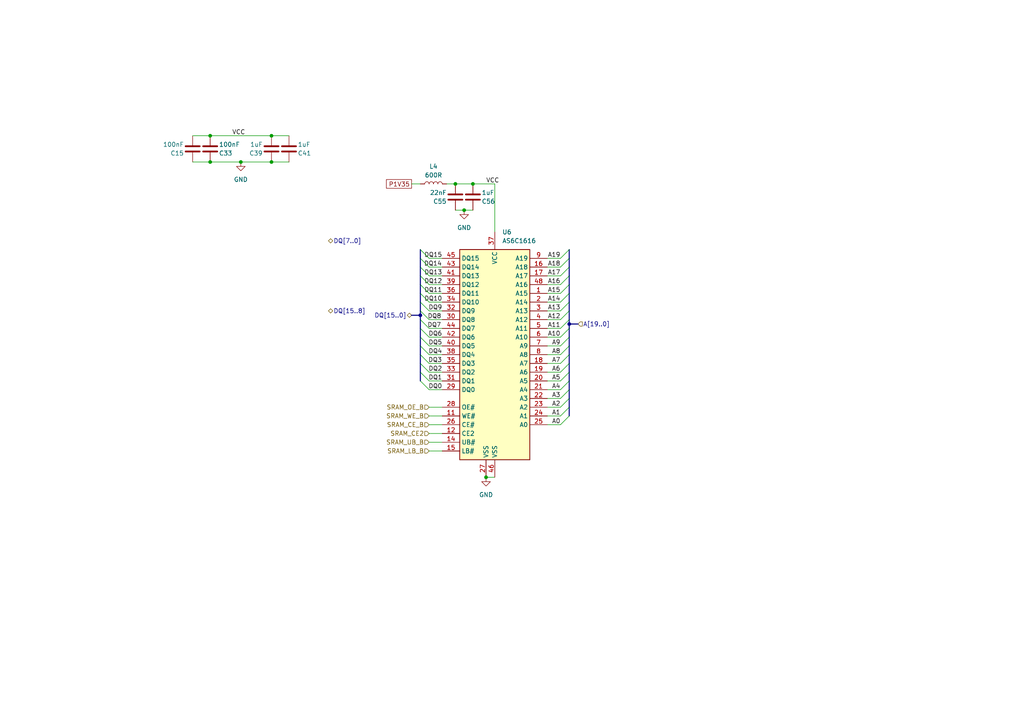
<source format=kicad_sch>
(kicad_sch
	(version 20250114)
	(generator "eeschema")
	(generator_version "9.0")
	(uuid "3f870cef-dfd8-4dcc-a8fc-13adefd93c96")
	(paper "A4")
	(lib_symbols
		(symbol "Device:C"
			(pin_numbers
				(hide yes)
			)
			(pin_names
				(offset 0.254)
			)
			(exclude_from_sim no)
			(in_bom yes)
			(on_board yes)
			(property "Reference" "C"
				(at 0.635 2.54 0)
				(effects
					(font
						(size 1.27 1.27)
					)
					(justify left)
				)
			)
			(property "Value" "C"
				(at 0.635 -2.54 0)
				(effects
					(font
						(size 1.27 1.27)
					)
					(justify left)
				)
			)
			(property "Footprint" ""
				(at 0.9652 -3.81 0)
				(effects
					(font
						(size 1.27 1.27)
					)
					(hide yes)
				)
			)
			(property "Datasheet" "~"
				(at 0 0 0)
				(effects
					(font
						(size 1.27 1.27)
					)
					(hide yes)
				)
			)
			(property "Description" "Unpolarized capacitor"
				(at 0 0 0)
				(effects
					(font
						(size 1.27 1.27)
					)
					(hide yes)
				)
			)
			(property "ki_keywords" "cap capacitor"
				(at 0 0 0)
				(effects
					(font
						(size 1.27 1.27)
					)
					(hide yes)
				)
			)
			(property "ki_fp_filters" "C_*"
				(at 0 0 0)
				(effects
					(font
						(size 1.27 1.27)
					)
					(hide yes)
				)
			)
			(symbol "C_0_1"
				(polyline
					(pts
						(xy -2.032 0.762) (xy 2.032 0.762)
					)
					(stroke
						(width 0.508)
						(type default)
					)
					(fill
						(type none)
					)
				)
				(polyline
					(pts
						(xy -2.032 -0.762) (xy 2.032 -0.762)
					)
					(stroke
						(width 0.508)
						(type default)
					)
					(fill
						(type none)
					)
				)
			)
			(symbol "C_1_1"
				(pin passive line
					(at 0 3.81 270)
					(length 2.794)
					(name "~"
						(effects
							(font
								(size 1.27 1.27)
							)
						)
					)
					(number "1"
						(effects
							(font
								(size 1.27 1.27)
							)
						)
					)
				)
				(pin passive line
					(at 0 -3.81 90)
					(length 2.794)
					(name "~"
						(effects
							(font
								(size 1.27 1.27)
							)
						)
					)
					(number "2"
						(effects
							(font
								(size 1.27 1.27)
							)
						)
					)
				)
			)
			(embedded_fonts no)
		)
		(symbol "Device:L"
			(pin_numbers
				(hide yes)
			)
			(pin_names
				(offset 1.016)
				(hide yes)
			)
			(exclude_from_sim no)
			(in_bom yes)
			(on_board yes)
			(property "Reference" "L"
				(at -1.27 0 90)
				(effects
					(font
						(size 1.27 1.27)
					)
				)
			)
			(property "Value" "L"
				(at 1.905 0 90)
				(effects
					(font
						(size 1.27 1.27)
					)
				)
			)
			(property "Footprint" ""
				(at 0 0 0)
				(effects
					(font
						(size 1.27 1.27)
					)
					(hide yes)
				)
			)
			(property "Datasheet" "~"
				(at 0 0 0)
				(effects
					(font
						(size 1.27 1.27)
					)
					(hide yes)
				)
			)
			(property "Description" "Inductor"
				(at 0 0 0)
				(effects
					(font
						(size 1.27 1.27)
					)
					(hide yes)
				)
			)
			(property "ki_keywords" "inductor choke coil reactor magnetic"
				(at 0 0 0)
				(effects
					(font
						(size 1.27 1.27)
					)
					(hide yes)
				)
			)
			(property "ki_fp_filters" "Choke_* *Coil* Inductor_* L_*"
				(at 0 0 0)
				(effects
					(font
						(size 1.27 1.27)
					)
					(hide yes)
				)
			)
			(symbol "L_0_1"
				(arc
					(start 0 2.54)
					(mid 0.6323 1.905)
					(end 0 1.27)
					(stroke
						(width 0)
						(type default)
					)
					(fill
						(type none)
					)
				)
				(arc
					(start 0 1.27)
					(mid 0.6323 0.635)
					(end 0 0)
					(stroke
						(width 0)
						(type default)
					)
					(fill
						(type none)
					)
				)
				(arc
					(start 0 0)
					(mid 0.6323 -0.635)
					(end 0 -1.27)
					(stroke
						(width 0)
						(type default)
					)
					(fill
						(type none)
					)
				)
				(arc
					(start 0 -1.27)
					(mid 0.6323 -1.905)
					(end 0 -2.54)
					(stroke
						(width 0)
						(type default)
					)
					(fill
						(type none)
					)
				)
			)
			(symbol "L_1_1"
				(pin passive line
					(at 0 3.81 270)
					(length 1.27)
					(name "1"
						(effects
							(font
								(size 1.27 1.27)
							)
						)
					)
					(number "1"
						(effects
							(font
								(size 1.27 1.27)
							)
						)
					)
				)
				(pin passive line
					(at 0 -3.81 90)
					(length 1.27)
					(name "2"
						(effects
							(font
								(size 1.27 1.27)
							)
						)
					)
					(number "2"
						(effects
							(font
								(size 1.27 1.27)
							)
						)
					)
				)
			)
			(embedded_fonts no)
		)
		(symbol "Memory_RAM:AS6C1616"
			(exclude_from_sim no)
			(in_bom yes)
			(on_board yes)
			(property "Reference" "U"
				(at -8.89 31.75 0)
				(effects
					(font
						(size 1.27 1.27)
					)
				)
			)
			(property "Value" "AS6C1616"
				(at 6.35 -31.75 0)
				(effects
					(font
						(size 1.27 1.27)
					)
				)
			)
			(property "Footprint" "Package_SO:TSOP-I-48_18.4x12mm_P0.5mm"
				(at 26.67 -34.29 0)
				(effects
					(font
						(size 1.27 1.27)
					)
					(hide yes)
				)
			)
			(property "Datasheet" "https://www.alliancememory.com/wp-content/uploads/pdf/AS6C1616-TSOPI.pdf"
				(at -7.62 11.43 0)
				(effects
					(font
						(size 1.27 1.27)
					)
					(hide yes)
				)
			)
			(property "Description" "1024k x 16 bit low power CMOS SRAM"
				(at 0 0 0)
				(effects
					(font
						(size 1.27 1.27)
					)
					(hide yes)
				)
			)
			(property "ki_keywords" "memory SRAM"
				(at 0 0 0)
				(effects
					(font
						(size 1.27 1.27)
					)
					(hide yes)
				)
			)
			(property "ki_fp_filters" "TSOP?I*18.4x12mm*P0.5mm*"
				(at 0 0 0)
				(effects
					(font
						(size 1.27 1.27)
					)
					(hide yes)
				)
			)
			(symbol "AS6C1616_0_1"
				(rectangle
					(start -10.16 30.48)
					(end 10.16 -30.48)
					(stroke
						(width 0.254)
						(type default)
					)
					(fill
						(type background)
					)
				)
			)
			(symbol "AS6C1616_1_1"
				(pin input line
					(at -15.24 27.94 0)
					(length 5.08)
					(name "DQ15"
						(effects
							(font
								(size 1.27 1.27)
							)
						)
					)
					(number "45"
						(effects
							(font
								(size 1.27 1.27)
							)
						)
					)
				)
				(pin bidirectional line
					(at -15.24 25.4 0)
					(length 5.08)
					(name "DQ14"
						(effects
							(font
								(size 1.27 1.27)
							)
						)
					)
					(number "43"
						(effects
							(font
								(size 1.27 1.27)
							)
						)
					)
				)
				(pin bidirectional line
					(at -15.24 22.86 0)
					(length 5.08)
					(name "DQ13"
						(effects
							(font
								(size 1.27 1.27)
							)
						)
					)
					(number "41"
						(effects
							(font
								(size 1.27 1.27)
							)
						)
					)
				)
				(pin bidirectional line
					(at -15.24 20.32 0)
					(length 5.08)
					(name "DQ12"
						(effects
							(font
								(size 1.27 1.27)
							)
						)
					)
					(number "39"
						(effects
							(font
								(size 1.27 1.27)
							)
						)
					)
				)
				(pin bidirectional line
					(at -15.24 17.78 0)
					(length 5.08)
					(name "DQ11"
						(effects
							(font
								(size 1.27 1.27)
							)
						)
					)
					(number "36"
						(effects
							(font
								(size 1.27 1.27)
							)
						)
					)
				)
				(pin bidirectional line
					(at -15.24 15.24 0)
					(length 5.08)
					(name "DQ10"
						(effects
							(font
								(size 1.27 1.27)
							)
						)
					)
					(number "34"
						(effects
							(font
								(size 1.27 1.27)
							)
						)
					)
				)
				(pin bidirectional line
					(at -15.24 12.7 0)
					(length 5.08)
					(name "DQ9"
						(effects
							(font
								(size 1.27 1.27)
							)
						)
					)
					(number "32"
						(effects
							(font
								(size 1.27 1.27)
							)
						)
					)
				)
				(pin bidirectional line
					(at -15.24 10.16 0)
					(length 5.08)
					(name "DQ8"
						(effects
							(font
								(size 1.27 1.27)
							)
						)
					)
					(number "30"
						(effects
							(font
								(size 1.27 1.27)
							)
						)
					)
				)
				(pin bidirectional line
					(at -15.24 7.62 0)
					(length 5.08)
					(name "DQ7"
						(effects
							(font
								(size 1.27 1.27)
							)
						)
					)
					(number "44"
						(effects
							(font
								(size 1.27 1.27)
							)
						)
					)
				)
				(pin bidirectional line
					(at -15.24 5.08 0)
					(length 5.08)
					(name "DQ6"
						(effects
							(font
								(size 1.27 1.27)
							)
						)
					)
					(number "42"
						(effects
							(font
								(size 1.27 1.27)
							)
						)
					)
				)
				(pin bidirectional line
					(at -15.24 2.54 0)
					(length 5.08)
					(name "DQ5"
						(effects
							(font
								(size 1.27 1.27)
							)
						)
					)
					(number "40"
						(effects
							(font
								(size 1.27 1.27)
							)
						)
					)
				)
				(pin bidirectional line
					(at -15.24 0 0)
					(length 5.08)
					(name "DQ4"
						(effects
							(font
								(size 1.27 1.27)
							)
						)
					)
					(number "38"
						(effects
							(font
								(size 1.27 1.27)
							)
						)
					)
				)
				(pin bidirectional line
					(at -15.24 -2.54 0)
					(length 5.08)
					(name "DQ3"
						(effects
							(font
								(size 1.27 1.27)
							)
						)
					)
					(number "35"
						(effects
							(font
								(size 1.27 1.27)
							)
						)
					)
				)
				(pin bidirectional line
					(at -15.24 -5.08 0)
					(length 5.08)
					(name "DQ2"
						(effects
							(font
								(size 1.27 1.27)
							)
						)
					)
					(number "33"
						(effects
							(font
								(size 1.27 1.27)
							)
						)
					)
				)
				(pin bidirectional line
					(at -15.24 -7.62 0)
					(length 5.08)
					(name "DQ1"
						(effects
							(font
								(size 1.27 1.27)
							)
						)
					)
					(number "31"
						(effects
							(font
								(size 1.27 1.27)
							)
						)
					)
				)
				(pin bidirectional line
					(at -15.24 -10.16 0)
					(length 5.08)
					(name "DQ0"
						(effects
							(font
								(size 1.27 1.27)
							)
						)
					)
					(number "29"
						(effects
							(font
								(size 1.27 1.27)
							)
						)
					)
				)
				(pin input line
					(at -15.24 -15.24 0)
					(length 5.08)
					(name "OE#"
						(effects
							(font
								(size 1.27 1.27)
							)
						)
					)
					(number "28"
						(effects
							(font
								(size 1.27 1.27)
							)
						)
					)
				)
				(pin input line
					(at -15.24 -17.78 0)
					(length 5.08)
					(name "WE#"
						(effects
							(font
								(size 1.27 1.27)
							)
						)
					)
					(number "11"
						(effects
							(font
								(size 1.27 1.27)
							)
						)
					)
				)
				(pin input line
					(at -15.24 -20.32 0)
					(length 5.08)
					(name "CE#"
						(effects
							(font
								(size 1.27 1.27)
							)
						)
					)
					(number "26"
						(effects
							(font
								(size 1.27 1.27)
							)
						)
					)
				)
				(pin input line
					(at -15.24 -22.86 0)
					(length 5.08)
					(name "CE2"
						(effects
							(font
								(size 1.27 1.27)
							)
						)
					)
					(number "12"
						(effects
							(font
								(size 1.27 1.27)
							)
						)
					)
				)
				(pin input line
					(at -15.24 -25.4 0)
					(length 5.08)
					(name "UB#"
						(effects
							(font
								(size 1.27 1.27)
							)
						)
					)
					(number "14"
						(effects
							(font
								(size 1.27 1.27)
							)
						)
					)
				)
				(pin input line
					(at -15.24 -27.94 0)
					(length 5.08)
					(name "LB#"
						(effects
							(font
								(size 1.27 1.27)
							)
						)
					)
					(number "15"
						(effects
							(font
								(size 1.27 1.27)
							)
						)
					)
				)
				(pin power_in line
					(at -2.54 -35.56 90)
					(length 5.08)
					(name "VSS"
						(effects
							(font
								(size 1.27 1.27)
							)
						)
					)
					(number "27"
						(effects
							(font
								(size 1.27 1.27)
							)
						)
					)
				)
				(pin power_in line
					(at 0 35.56 270)
					(length 5.08)
					(name "VCC"
						(effects
							(font
								(size 1.27 1.27)
							)
						)
					)
					(number "37"
						(effects
							(font
								(size 1.27 1.27)
							)
						)
					)
				)
				(pin power_in line
					(at 0 -35.56 90)
					(length 5.08)
					(name "VSS"
						(effects
							(font
								(size 1.27 1.27)
							)
						)
					)
					(number "46"
						(effects
							(font
								(size 1.27 1.27)
							)
						)
					)
				)
				(pin no_connect line
					(at 10.16 -22.86 180)
					(length 0)
					(hide yes)
					(name "NC"
						(effects
							(font
								(size 1.27 1.27)
							)
						)
					)
					(number "10"
						(effects
							(font
								(size 1.27 1.27)
							)
						)
					)
				)
				(pin no_connect line
					(at 10.16 -25.4 180)
					(length 0)
					(hide yes)
					(name "NC"
						(effects
							(font
								(size 1.27 1.27)
							)
						)
					)
					(number "13"
						(effects
							(font
								(size 1.27 1.27)
							)
						)
					)
				)
				(pin no_connect line
					(at 10.16 -27.94 180)
					(length 0)
					(hide yes)
					(name "NC"
						(effects
							(font
								(size 1.27 1.27)
							)
						)
					)
					(number "47"
						(effects
							(font
								(size 1.27 1.27)
							)
						)
					)
				)
				(pin input line
					(at 15.24 27.94 180)
					(length 5.08)
					(name "A19"
						(effects
							(font
								(size 1.27 1.27)
							)
						)
					)
					(number "9"
						(effects
							(font
								(size 1.27 1.27)
							)
						)
					)
				)
				(pin input line
					(at 15.24 25.4 180)
					(length 5.08)
					(name "A18"
						(effects
							(font
								(size 1.27 1.27)
							)
						)
					)
					(number "16"
						(effects
							(font
								(size 1.27 1.27)
							)
						)
					)
				)
				(pin input line
					(at 15.24 22.86 180)
					(length 5.08)
					(name "A17"
						(effects
							(font
								(size 1.27 1.27)
							)
						)
					)
					(number "17"
						(effects
							(font
								(size 1.27 1.27)
							)
						)
					)
				)
				(pin input line
					(at 15.24 20.32 180)
					(length 5.08)
					(name "A16"
						(effects
							(font
								(size 1.27 1.27)
							)
						)
					)
					(number "48"
						(effects
							(font
								(size 1.27 1.27)
							)
						)
					)
				)
				(pin input line
					(at 15.24 17.78 180)
					(length 5.08)
					(name "A15"
						(effects
							(font
								(size 1.27 1.27)
							)
						)
					)
					(number "1"
						(effects
							(font
								(size 1.27 1.27)
							)
						)
					)
				)
				(pin input line
					(at 15.24 15.24 180)
					(length 5.08)
					(name "A14"
						(effects
							(font
								(size 1.27 1.27)
							)
						)
					)
					(number "2"
						(effects
							(font
								(size 1.27 1.27)
							)
						)
					)
				)
				(pin input line
					(at 15.24 12.7 180)
					(length 5.08)
					(name "A13"
						(effects
							(font
								(size 1.27 1.27)
							)
						)
					)
					(number "3"
						(effects
							(font
								(size 1.27 1.27)
							)
						)
					)
				)
				(pin input line
					(at 15.24 10.16 180)
					(length 5.08)
					(name "A12"
						(effects
							(font
								(size 1.27 1.27)
							)
						)
					)
					(number "4"
						(effects
							(font
								(size 1.27 1.27)
							)
						)
					)
				)
				(pin input line
					(at 15.24 7.62 180)
					(length 5.08)
					(name "A11"
						(effects
							(font
								(size 1.27 1.27)
							)
						)
					)
					(number "5"
						(effects
							(font
								(size 1.27 1.27)
							)
						)
					)
				)
				(pin input line
					(at 15.24 5.08 180)
					(length 5.08)
					(name "A10"
						(effects
							(font
								(size 1.27 1.27)
							)
						)
					)
					(number "6"
						(effects
							(font
								(size 1.27 1.27)
							)
						)
					)
				)
				(pin input line
					(at 15.24 2.54 180)
					(length 5.08)
					(name "A9"
						(effects
							(font
								(size 1.27 1.27)
							)
						)
					)
					(number "7"
						(effects
							(font
								(size 1.27 1.27)
							)
						)
					)
				)
				(pin input line
					(at 15.24 0 180)
					(length 5.08)
					(name "A8"
						(effects
							(font
								(size 1.27 1.27)
							)
						)
					)
					(number "8"
						(effects
							(font
								(size 1.27 1.27)
							)
						)
					)
				)
				(pin input line
					(at 15.24 -2.54 180)
					(length 5.08)
					(name "A7"
						(effects
							(font
								(size 1.27 1.27)
							)
						)
					)
					(number "18"
						(effects
							(font
								(size 1.27 1.27)
							)
						)
					)
				)
				(pin input line
					(at 15.24 -5.08 180)
					(length 5.08)
					(name "A6"
						(effects
							(font
								(size 1.27 1.27)
							)
						)
					)
					(number "19"
						(effects
							(font
								(size 1.27 1.27)
							)
						)
					)
				)
				(pin input line
					(at 15.24 -7.62 180)
					(length 5.08)
					(name "A5"
						(effects
							(font
								(size 1.27 1.27)
							)
						)
					)
					(number "20"
						(effects
							(font
								(size 1.27 1.27)
							)
						)
					)
				)
				(pin input line
					(at 15.24 -10.16 180)
					(length 5.08)
					(name "A4"
						(effects
							(font
								(size 1.27 1.27)
							)
						)
					)
					(number "21"
						(effects
							(font
								(size 1.27 1.27)
							)
						)
					)
				)
				(pin input line
					(at 15.24 -12.7 180)
					(length 5.08)
					(name "A3"
						(effects
							(font
								(size 1.27 1.27)
							)
						)
					)
					(number "22"
						(effects
							(font
								(size 1.27 1.27)
							)
						)
					)
				)
				(pin input line
					(at 15.24 -15.24 180)
					(length 5.08)
					(name "A2"
						(effects
							(font
								(size 1.27 1.27)
							)
						)
					)
					(number "23"
						(effects
							(font
								(size 1.27 1.27)
							)
						)
					)
				)
				(pin input line
					(at 15.24 -17.78 180)
					(length 5.08)
					(name "A1"
						(effects
							(font
								(size 1.27 1.27)
							)
						)
					)
					(number "24"
						(effects
							(font
								(size 1.27 1.27)
							)
						)
					)
				)
				(pin input line
					(at 15.24 -20.32 180)
					(length 5.08)
					(name "A0"
						(effects
							(font
								(size 1.27 1.27)
							)
						)
					)
					(number "25"
						(effects
							(font
								(size 1.27 1.27)
							)
						)
					)
				)
			)
			(embedded_fonts no)
		)
		(symbol "power:GND"
			(power)
			(pin_numbers
				(hide yes)
			)
			(pin_names
				(offset 0)
				(hide yes)
			)
			(exclude_from_sim no)
			(in_bom yes)
			(on_board yes)
			(property "Reference" "#PWR"
				(at 0 -6.35 0)
				(effects
					(font
						(size 1.27 1.27)
					)
					(hide yes)
				)
			)
			(property "Value" "GND"
				(at 0 -3.81 0)
				(effects
					(font
						(size 1.27 1.27)
					)
				)
			)
			(property "Footprint" ""
				(at 0 0 0)
				(effects
					(font
						(size 1.27 1.27)
					)
					(hide yes)
				)
			)
			(property "Datasheet" ""
				(at 0 0 0)
				(effects
					(font
						(size 1.27 1.27)
					)
					(hide yes)
				)
			)
			(property "Description" "Power symbol creates a global label with name \"GND\" , ground"
				(at 0 0 0)
				(effects
					(font
						(size 1.27 1.27)
					)
					(hide yes)
				)
			)
			(property "ki_keywords" "global power"
				(at 0 0 0)
				(effects
					(font
						(size 1.27 1.27)
					)
					(hide yes)
				)
			)
			(symbol "GND_0_1"
				(polyline
					(pts
						(xy 0 0) (xy 0 -1.27) (xy 1.27 -1.27) (xy 0 -2.54) (xy -1.27 -1.27) (xy 0 -1.27)
					)
					(stroke
						(width 0)
						(type default)
					)
					(fill
						(type none)
					)
				)
			)
			(symbol "GND_1_1"
				(pin power_in line
					(at 0 0 270)
					(length 0)
					(name "~"
						(effects
							(font
								(size 1.27 1.27)
							)
						)
					)
					(number "1"
						(effects
							(font
								(size 1.27 1.27)
							)
						)
					)
				)
			)
			(embedded_fonts no)
		)
	)
	(junction
		(at 132.08 53.34)
		(diameter 0)
		(color 0 0 0 0)
		(uuid "0e4ceb2c-47ff-4fb4-b545-d531a5f775d5")
	)
	(junction
		(at 137.16 53.34)
		(diameter 0)
		(color 0 0 0 0)
		(uuid "33ce766e-1664-448b-b99b-1ea768ca6f38")
	)
	(junction
		(at 60.96 46.99)
		(diameter 0)
		(color 0 0 0 0)
		(uuid "60bd7c6b-191c-4659-8d6b-a5bc67018762")
	)
	(junction
		(at 78.74 39.37)
		(diameter 0)
		(color 0 0 0 0)
		(uuid "6f7c8e41-3434-4e1f-ad8a-0e93b666cec6")
	)
	(junction
		(at 140.97 138.43)
		(diameter 0)
		(color 0 0 0 0)
		(uuid "72c7fcc9-1bf4-444e-b184-ad306bc2d730")
	)
	(junction
		(at 69.85 46.99)
		(diameter 0)
		(color 0 0 0 0)
		(uuid "8ab80671-5433-400f-9263-777464801b49")
	)
	(junction
		(at 121.92 91.44)
		(diameter 0)
		(color 0 0 0 0)
		(uuid "a8692724-bba1-4ecf-badf-80a6f6adb76f")
	)
	(junction
		(at 165.1 93.98)
		(diameter 0)
		(color 0 0 0 0)
		(uuid "b2e09011-1c4b-4915-9f77-6588b3d3d6d3")
	)
	(junction
		(at 134.62 60.96)
		(diameter 0)
		(color 0 0 0 0)
		(uuid "d57144d3-6cdb-4832-baf4-008342fedfd3")
	)
	(junction
		(at 78.74 46.99)
		(diameter 0)
		(color 0 0 0 0)
		(uuid "f61c6284-aa06-4837-9cad-a437a70213cc")
	)
	(junction
		(at 60.96 39.37)
		(diameter 0)
		(color 0 0 0 0)
		(uuid "f9813da1-a79d-4b51-9fd6-d9573ffb51de")
	)
	(bus_entry
		(at 124.46 95.25)
		(size -2.54 -2.54)
		(stroke
			(width 0)
			(type default)
		)
		(uuid "0164baf4-9021-43dc-8046-9fc769493612")
	)
	(bus_entry
		(at 124.46 102.87)
		(size -2.54 -2.54)
		(stroke
			(width 0)
			(type default)
		)
		(uuid "03a54a2c-200e-4df1-b04f-adea40561d90")
	)
	(bus_entry
		(at 165.1 118.11)
		(size -2.54 2.54)
		(stroke
			(width 0)
			(type default)
		)
		(uuid "05dffe52-2dd7-4b7b-8a2e-4dffa38cd095")
	)
	(bus_entry
		(at 165.1 97.79)
		(size -2.54 2.54)
		(stroke
			(width 0)
			(type default)
		)
		(uuid "1854cfb4-f9b6-4c22-9a88-5b0b86f7c00a")
	)
	(bus_entry
		(at 165.1 74.93)
		(size -2.54 2.54)
		(stroke
			(width 0)
			(type default)
		)
		(uuid "191b378c-89fb-4348-91c8-36cc8260de1b")
	)
	(bus_entry
		(at 165.1 77.47)
		(size -2.54 2.54)
		(stroke
			(width 0)
			(type default)
		)
		(uuid "1ac03196-2a65-4f96-9cce-73680d49325a")
	)
	(bus_entry
		(at 165.1 85.09)
		(size -2.54 2.54)
		(stroke
			(width 0)
			(type default)
		)
		(uuid "2950279e-c0a1-48b9-88d5-2f099ef6c5d1")
	)
	(bus_entry
		(at 165.1 100.33)
		(size -2.54 2.54)
		(stroke
			(width 0)
			(type default)
		)
		(uuid "2f273321-e408-4a90-8115-41b5a63c257b")
	)
	(bus_entry
		(at 165.1 82.55)
		(size -2.54 2.54)
		(stroke
			(width 0)
			(type default)
		)
		(uuid "3e55c596-981b-437d-974c-aac4128640ce")
	)
	(bus_entry
		(at 165.1 113.03)
		(size -2.54 2.54)
		(stroke
			(width 0)
			(type default)
		)
		(uuid "44242440-a5ee-4aad-b4eb-997609d5916c")
	)
	(bus_entry
		(at 124.46 74.93)
		(size -2.54 -2.54)
		(stroke
			(width 0)
			(type default)
		)
		(uuid "493cd9cd-e0ac-46b4-996d-14ffb3c67adb")
	)
	(bus_entry
		(at 165.1 102.87)
		(size -2.54 2.54)
		(stroke
			(width 0)
			(type default)
		)
		(uuid "4c4b1a56-7179-4092-953d-99a52ed4c452")
	)
	(bus_entry
		(at 124.46 77.47)
		(size -2.54 -2.54)
		(stroke
			(width 0)
			(type default)
		)
		(uuid "4ff8d99d-e8f6-4e81-831e-d1209e7ea14b")
	)
	(bus_entry
		(at 124.46 100.33)
		(size -2.54 -2.54)
		(stroke
			(width 0)
			(type default)
		)
		(uuid "5529ef3b-14d1-4651-85c9-9e00bee509f8")
	)
	(bus_entry
		(at 124.46 87.63)
		(size -2.54 -2.54)
		(stroke
			(width 0)
			(type default)
		)
		(uuid "568accdb-9309-414b-af2a-862c7c1535c8")
	)
	(bus_entry
		(at 124.46 113.03)
		(size -2.54 -2.54)
		(stroke
			(width 0)
			(type default)
		)
		(uuid "61bc50ee-e6b9-4ae2-a6d7-b70b7415b44c")
	)
	(bus_entry
		(at 165.1 107.95)
		(size -2.54 2.54)
		(stroke
			(width 0)
			(type default)
		)
		(uuid "6aa9c354-b9ad-4092-837d-6f928f8ba3d2")
	)
	(bus_entry
		(at 165.1 92.71)
		(size -2.54 2.54)
		(stroke
			(width 0)
			(type default)
		)
		(uuid "6f197881-3952-4c74-8007-afc713a447b9")
	)
	(bus_entry
		(at 165.1 95.25)
		(size -2.54 2.54)
		(stroke
			(width 0)
			(type default)
		)
		(uuid "7ec33de6-9ffa-4f6c-ac7b-8f12cd80a0b7")
	)
	(bus_entry
		(at 165.1 80.01)
		(size -2.54 2.54)
		(stroke
			(width 0)
			(type default)
		)
		(uuid "956ea46b-af0e-4a05-9b54-49656509e323")
	)
	(bus_entry
		(at 124.46 110.49)
		(size -2.54 -2.54)
		(stroke
			(width 0)
			(type default)
		)
		(uuid "9c4089d9-d47f-44e1-a383-2bd030fd33ef")
	)
	(bus_entry
		(at 165.1 87.63)
		(size -2.54 2.54)
		(stroke
			(width 0)
			(type default)
		)
		(uuid "9de2e5f5-30c5-4e81-b76c-34dd57e0cebb")
	)
	(bus_entry
		(at 124.46 97.79)
		(size -2.54 -2.54)
		(stroke
			(width 0)
			(type default)
		)
		(uuid "a020c807-e720-4ca3-9115-012e1ec5f70f")
	)
	(bus_entry
		(at 165.1 72.39)
		(size -2.54 2.54)
		(stroke
			(width 0)
			(type default)
		)
		(uuid "a1cda47e-62c9-42a2-9058-ba9a6e0e3893")
	)
	(bus_entry
		(at 124.46 82.55)
		(size -2.54 -2.54)
		(stroke
			(width 0)
			(type default)
		)
		(uuid "b38e4873-c830-4cd3-9e21-ffb2d19edc3c")
	)
	(bus_entry
		(at 124.46 90.17)
		(size -2.54 -2.54)
		(stroke
			(width 0)
			(type default)
		)
		(uuid "b9a778eb-c234-44cb-a18e-8ec48d82dde9")
	)
	(bus_entry
		(at 124.46 80.01)
		(size -2.54 -2.54)
		(stroke
			(width 0)
			(type default)
		)
		(uuid "c0bb2d3d-a189-442c-886c-40fafe38d998")
	)
	(bus_entry
		(at 165.1 120.65)
		(size -2.54 2.54)
		(stroke
			(width 0)
			(type default)
		)
		(uuid "c202e4f9-5084-49ce-b559-8452297acdf6")
	)
	(bus_entry
		(at 165.1 110.49)
		(size -2.54 2.54)
		(stroke
			(width 0)
			(type default)
		)
		(uuid "c983044e-6905-4ccc-932c-81df8eaab63e")
	)
	(bus_entry
		(at 165.1 90.17)
		(size -2.54 2.54)
		(stroke
			(width 0)
			(type default)
		)
		(uuid "d61e746d-b71b-4e6c-acd4-a1ed702e7546")
	)
	(bus_entry
		(at 124.46 85.09)
		(size -2.54 -2.54)
		(stroke
			(width 0)
			(type default)
		)
		(uuid "d8fef632-ac95-4913-9867-d62e635041cb")
	)
	(bus_entry
		(at 124.46 92.71)
		(size -2.54 -2.54)
		(stroke
			(width 0)
			(type default)
		)
		(uuid "db3857f6-9f01-4b8d-89da-0b5418995201")
	)
	(bus_entry
		(at 124.46 107.95)
		(size -2.54 -2.54)
		(stroke
			(width 0)
			(type default)
		)
		(uuid "def0ea94-c7e0-4e58-b644-d30f883b2864")
	)
	(bus_entry
		(at 165.1 105.41)
		(size -2.54 2.54)
		(stroke
			(width 0)
			(type default)
		)
		(uuid "e03d5b50-6735-405e-9be4-db039fda0e5f")
	)
	(bus_entry
		(at 124.46 105.41)
		(size -2.54 -2.54)
		(stroke
			(width 0)
			(type default)
		)
		(uuid "eeb6dafe-e267-4702-8c2e-14449e32b15f")
	)
	(bus_entry
		(at 165.1 115.57)
		(size -2.54 2.54)
		(stroke
			(width 0)
			(type default)
		)
		(uuid "fd6cfe8b-43ce-4103-87f7-803c61e53a15")
	)
	(bus
		(pts
			(xy 165.1 87.63) (xy 165.1 90.17)
		)
		(stroke
			(width 0)
			(type default)
		)
		(uuid "02054add-feb1-4a75-8de7-268337bcad9a")
	)
	(bus
		(pts
			(xy 165.1 113.03) (xy 165.1 115.57)
		)
		(stroke
			(width 0)
			(type default)
		)
		(uuid "0414f84b-4912-4bdb-826f-c26a80a6dcaa")
	)
	(bus
		(pts
			(xy 165.1 100.33) (xy 165.1 102.87)
		)
		(stroke
			(width 0)
			(type default)
		)
		(uuid "04e3364c-c4c4-4ae4-ba02-a2304c03c369")
	)
	(wire
		(pts
			(xy 128.27 85.09) (xy 124.46 85.09)
		)
		(stroke
			(width 0)
			(type default)
		)
		(uuid "062e48c7-6c4f-47ac-93a5-870e30df8c5a")
	)
	(wire
		(pts
			(xy 143.51 53.34) (xy 143.51 67.31)
		)
		(stroke
			(width 0)
			(type default)
		)
		(uuid "0660df91-809f-45dd-b2cc-59d8f3a4ca4d")
	)
	(bus
		(pts
			(xy 121.92 72.39) (xy 121.92 74.93)
		)
		(stroke
			(width 0)
			(type default)
		)
		(uuid "06bd0479-69b1-412a-8dd6-97d5235d5db4")
	)
	(wire
		(pts
			(xy 162.56 123.19) (xy 158.75 123.19)
		)
		(stroke
			(width 0)
			(type default)
		)
		(uuid "07713f06-314e-436e-bb5f-45b462343387")
	)
	(wire
		(pts
			(xy 162.56 77.47) (xy 158.75 77.47)
		)
		(stroke
			(width 0)
			(type default)
		)
		(uuid "09d7cdb3-024b-4a14-b9fb-dfc933aa2fe3")
	)
	(bus
		(pts
			(xy 165.1 118.11) (xy 165.1 120.65)
		)
		(stroke
			(width 0)
			(type default)
		)
		(uuid "0b25d56f-ddc2-4efb-95d1-5bb6cdc148d4")
	)
	(bus
		(pts
			(xy 165.1 92.71) (xy 165.1 93.98)
		)
		(stroke
			(width 0)
			(type default)
		)
		(uuid "0c92c49b-ef0c-49b3-a191-29e7b57f42bb")
	)
	(bus
		(pts
			(xy 165.1 107.95) (xy 165.1 110.49)
		)
		(stroke
			(width 0)
			(type default)
		)
		(uuid "12cc8c66-09d7-4300-8cea-6d1302ef6ad8")
	)
	(bus
		(pts
			(xy 165.1 72.39) (xy 165.1 74.93)
		)
		(stroke
			(width 0)
			(type default)
		)
		(uuid "1486360a-3179-4fed-b2b1-4ee6390700e0")
	)
	(wire
		(pts
			(xy 119.38 53.34) (xy 121.92 53.34)
		)
		(stroke
			(width 0)
			(type default)
		)
		(uuid "157d9d94-c275-4b8b-a27f-f66f60cf06cc")
	)
	(bus
		(pts
			(xy 121.92 92.71) (xy 121.92 95.25)
		)
		(stroke
			(width 0)
			(type default)
		)
		(uuid "161a20b3-6794-40ed-865f-1f1a4066f696")
	)
	(wire
		(pts
			(xy 162.56 100.33) (xy 158.75 100.33)
		)
		(stroke
			(width 0)
			(type default)
		)
		(uuid "192d7f8e-f972-4498-aeb7-0fefa1f854ae")
	)
	(bus
		(pts
			(xy 121.92 90.17) (xy 121.92 91.44)
		)
		(stroke
			(width 0)
			(type default)
		)
		(uuid "1a14f0e8-3dbb-46b2-99bf-1a2acbcfa069")
	)
	(wire
		(pts
			(xy 128.27 82.55) (xy 124.46 82.55)
		)
		(stroke
			(width 0)
			(type default)
		)
		(uuid "1c362aa2-afc7-443f-8406-439f42814eb0")
	)
	(wire
		(pts
			(xy 162.56 107.95) (xy 158.75 107.95)
		)
		(stroke
			(width 0)
			(type default)
		)
		(uuid "1fd9fc0e-2a01-458f-b4ec-a93130928e60")
	)
	(wire
		(pts
			(xy 162.56 97.79) (xy 158.75 97.79)
		)
		(stroke
			(width 0)
			(type default)
		)
		(uuid "220e23eb-7a6e-467a-81df-210aac7404b5")
	)
	(wire
		(pts
			(xy 162.56 85.09) (xy 158.75 85.09)
		)
		(stroke
			(width 0)
			(type default)
		)
		(uuid "26b62d5f-1628-4a6a-9998-8e34e5daf57a")
	)
	(wire
		(pts
			(xy 124.46 120.65) (xy 128.27 120.65)
		)
		(stroke
			(width 0)
			(type default)
		)
		(uuid "2957d086-2387-45f4-b791-111d6ed154da")
	)
	(wire
		(pts
			(xy 128.27 87.63) (xy 124.46 87.63)
		)
		(stroke
			(width 0)
			(type default)
		)
		(uuid "29a5013e-3ab5-412a-aa72-cf3cad5ceef8")
	)
	(wire
		(pts
			(xy 162.56 95.25) (xy 158.75 95.25)
		)
		(stroke
			(width 0)
			(type default)
		)
		(uuid "2aa30176-70cf-4089-88a4-7f543b50ce71")
	)
	(bus
		(pts
			(xy 165.1 102.87) (xy 165.1 105.41)
		)
		(stroke
			(width 0)
			(type default)
		)
		(uuid "32e0168b-d082-459f-8866-2f93c9b4f446")
	)
	(wire
		(pts
			(xy 124.46 125.73) (xy 128.27 125.73)
		)
		(stroke
			(width 0)
			(type default)
		)
		(uuid "352fde34-4bc7-4f16-81b9-6c2c7fcfc5f7")
	)
	(wire
		(pts
			(xy 162.56 115.57) (xy 158.75 115.57)
		)
		(stroke
			(width 0)
			(type default)
		)
		(uuid "4270c4f3-22be-4f0a-8d53-8801396bffa2")
	)
	(wire
		(pts
			(xy 128.27 107.95) (xy 124.46 107.95)
		)
		(stroke
			(width 0)
			(type default)
		)
		(uuid "454ba34c-63ce-4cdb-8fb5-6349424c3212")
	)
	(wire
		(pts
			(xy 128.27 100.33) (xy 124.46 100.33)
		)
		(stroke
			(width 0)
			(type default)
		)
		(uuid "46535cdf-1c2a-4b2b-aa39-1d2132e2f458")
	)
	(wire
		(pts
			(xy 78.74 46.99) (xy 83.82 46.99)
		)
		(stroke
			(width 0)
			(type default)
		)
		(uuid "4823fa59-259c-4fe9-8214-be3cacd7e5c8")
	)
	(bus
		(pts
			(xy 165.1 77.47) (xy 165.1 80.01)
		)
		(stroke
			(width 0)
			(type default)
		)
		(uuid "486be09e-509d-40fe-8cc6-a1681e389366")
	)
	(wire
		(pts
			(xy 129.54 53.34) (xy 132.08 53.34)
		)
		(stroke
			(width 0)
			(type default)
		)
		(uuid "4a15e34a-e8c8-4be9-8f23-07861a147159")
	)
	(bus
		(pts
			(xy 165.1 93.98) (xy 165.1 95.25)
		)
		(stroke
			(width 0)
			(type default)
		)
		(uuid "4a1b7ae4-cbcd-45a0-ae92-90c585d9b121")
	)
	(bus
		(pts
			(xy 165.1 115.57) (xy 165.1 118.11)
		)
		(stroke
			(width 0)
			(type default)
		)
		(uuid "4a6d64e1-6968-42af-8e67-5499389c8048")
	)
	(bus
		(pts
			(xy 121.92 85.09) (xy 121.92 87.63)
		)
		(stroke
			(width 0)
			(type default)
		)
		(uuid "4e280943-1fa0-447c-a635-79d4a4130d9f")
	)
	(bus
		(pts
			(xy 121.92 95.25) (xy 121.92 97.79)
		)
		(stroke
			(width 0)
			(type default)
		)
		(uuid "5405e39f-a5e2-4c28-b677-91e8bbb3cf52")
	)
	(bus
		(pts
			(xy 121.92 105.41) (xy 121.92 107.95)
		)
		(stroke
			(width 0)
			(type default)
		)
		(uuid "56c4910d-2a41-4e05-bbf0-2095d94bf47e")
	)
	(wire
		(pts
			(xy 69.85 46.99) (xy 78.74 46.99)
		)
		(stroke
			(width 0)
			(type default)
		)
		(uuid "58024cae-9e31-4ca7-b2cf-66bf16282204")
	)
	(wire
		(pts
			(xy 162.56 82.55) (xy 158.75 82.55)
		)
		(stroke
			(width 0)
			(type default)
		)
		(uuid "594351ff-e9c9-4f28-a137-634a4be34e9e")
	)
	(bus
		(pts
			(xy 121.92 82.55) (xy 121.92 85.09)
		)
		(stroke
			(width 0)
			(type default)
		)
		(uuid "5983065a-3a48-4cfb-b770-4d8e6c828f06")
	)
	(wire
		(pts
			(xy 137.16 53.34) (xy 143.51 53.34)
		)
		(stroke
			(width 0)
			(type default)
		)
		(uuid "5a25c1c5-9327-47e7-a2e4-607a46a73f4b")
	)
	(bus
		(pts
			(xy 165.1 90.17) (xy 165.1 92.71)
		)
		(stroke
			(width 0)
			(type default)
		)
		(uuid "5b35f64a-5b9d-4169-ada7-af6dd48fbe24")
	)
	(bus
		(pts
			(xy 165.1 85.09) (xy 165.1 87.63)
		)
		(stroke
			(width 0)
			(type default)
		)
		(uuid "5f706679-6246-4d64-9367-0766aa26ebd7")
	)
	(wire
		(pts
			(xy 128.27 97.79) (xy 124.46 97.79)
		)
		(stroke
			(width 0)
			(type default)
		)
		(uuid "67583d81-2cb0-4142-bba3-708ac1b784fb")
	)
	(wire
		(pts
			(xy 128.27 92.71) (xy 124.46 92.71)
		)
		(stroke
			(width 0)
			(type default)
		)
		(uuid "6c18b601-6f11-42a9-865a-8914672fac90")
	)
	(bus
		(pts
			(xy 121.92 80.01) (xy 121.92 82.55)
		)
		(stroke
			(width 0)
			(type default)
		)
		(uuid "7376e440-39fd-476a-b0de-18c1d7ad57c8")
	)
	(wire
		(pts
			(xy 128.27 90.17) (xy 124.46 90.17)
		)
		(stroke
			(width 0)
			(type default)
		)
		(uuid "74ed6a29-4211-45b8-bcb6-82c60976c660")
	)
	(wire
		(pts
			(xy 124.46 130.81) (xy 128.27 130.81)
		)
		(stroke
			(width 0)
			(type default)
		)
		(uuid "7b962ffc-f6e2-465c-b9e8-7b6a42add0f7")
	)
	(bus
		(pts
			(xy 121.92 87.63) (xy 121.92 90.17)
		)
		(stroke
			(width 0)
			(type default)
		)
		(uuid "7f76ae30-ba86-463e-bdc3-7b791235bacf")
	)
	(wire
		(pts
			(xy 128.27 74.93) (xy 124.46 74.93)
		)
		(stroke
			(width 0)
			(type default)
		)
		(uuid "84f696be-aa29-4def-94b1-4f0ec3a42890")
	)
	(wire
		(pts
			(xy 128.27 113.03) (xy 124.46 113.03)
		)
		(stroke
			(width 0)
			(type default)
		)
		(uuid "86ebdd65-04e2-4208-a0c3-1362b57e6869")
	)
	(wire
		(pts
			(xy 55.88 39.37) (xy 60.96 39.37)
		)
		(stroke
			(width 0)
			(type default)
		)
		(uuid "8fbdb487-e6a3-46e3-9804-9658690bc253")
	)
	(bus
		(pts
			(xy 121.92 107.95) (xy 121.92 110.49)
		)
		(stroke
			(width 0)
			(type default)
		)
		(uuid "9035c4f9-656b-4c60-9987-81de09d0fbcc")
	)
	(wire
		(pts
			(xy 124.46 128.27) (xy 128.27 128.27)
		)
		(stroke
			(width 0)
			(type default)
		)
		(uuid "90ca2da5-b62a-4605-9751-2a38d04d41d9")
	)
	(wire
		(pts
			(xy 60.96 46.99) (xy 69.85 46.99)
		)
		(stroke
			(width 0)
			(type default)
		)
		(uuid "91b6b582-bee9-4f5c-98a4-7df4c4a880e4")
	)
	(wire
		(pts
			(xy 162.56 113.03) (xy 158.75 113.03)
		)
		(stroke
			(width 0)
			(type default)
		)
		(uuid "92194f4c-f42b-4c27-889e-491cd3c38044")
	)
	(bus
		(pts
			(xy 121.92 74.93) (xy 121.92 77.47)
		)
		(stroke
			(width 0)
			(type default)
		)
		(uuid "984bc515-47a2-4d0a-86f7-4c4f39ff27bc")
	)
	(wire
		(pts
			(xy 132.08 60.96) (xy 134.62 60.96)
		)
		(stroke
			(width 0)
			(type default)
		)
		(uuid "98b26039-ffc8-4cd7-af5f-a2a3a6713a6e")
	)
	(wire
		(pts
			(xy 162.56 80.01) (xy 158.75 80.01)
		)
		(stroke
			(width 0)
			(type default)
		)
		(uuid "9b14a4d1-24ef-4b0d-bf95-f8c060981dbd")
	)
	(bus
		(pts
			(xy 121.92 102.87) (xy 121.92 105.41)
		)
		(stroke
			(width 0)
			(type default)
		)
		(uuid "a330dfd9-7569-4c4d-8151-503cad4d3b4e")
	)
	(wire
		(pts
			(xy 128.27 95.25) (xy 124.46 95.25)
		)
		(stroke
			(width 0)
			(type default)
		)
		(uuid "aafe55b6-6e51-4db1-86ff-88acde63cb3d")
	)
	(wire
		(pts
			(xy 162.56 102.87) (xy 158.75 102.87)
		)
		(stroke
			(width 0)
			(type default)
		)
		(uuid "ab37d660-67be-443f-aa02-cda52222483d")
	)
	(wire
		(pts
			(xy 124.46 118.11) (xy 128.27 118.11)
		)
		(stroke
			(width 0)
			(type default)
		)
		(uuid "ad4f1b3d-02f8-4152-b1d2-777a9cfb49d6")
	)
	(bus
		(pts
			(xy 121.92 91.44) (xy 121.92 92.71)
		)
		(stroke
			(width 0)
			(type default)
		)
		(uuid "af80f1cc-6326-4852-a02b-e1e880e20aba")
	)
	(bus
		(pts
			(xy 165.1 105.41) (xy 165.1 107.95)
		)
		(stroke
			(width 0)
			(type default)
		)
		(uuid "b55b25ff-1fb6-4c85-a37d-ae6fb36dc3d5")
	)
	(wire
		(pts
			(xy 128.27 77.47) (xy 124.46 77.47)
		)
		(stroke
			(width 0)
			(type default)
		)
		(uuid "b75bdfd9-0be6-4cfd-b92c-4adc2aa380c3")
	)
	(wire
		(pts
			(xy 162.56 120.65) (xy 158.75 120.65)
		)
		(stroke
			(width 0)
			(type default)
		)
		(uuid "b79b6c04-fef1-4323-9eee-9f60e41107ef")
	)
	(wire
		(pts
			(xy 128.27 105.41) (xy 124.46 105.41)
		)
		(stroke
			(width 0)
			(type default)
		)
		(uuid "b935f1de-a9d9-4f27-bb37-557251b1bff7")
	)
	(wire
		(pts
			(xy 162.56 110.49) (xy 158.75 110.49)
		)
		(stroke
			(width 0)
			(type default)
		)
		(uuid "bd11e2e6-5a16-4ac3-9fd1-5ce6ec404b92")
	)
	(wire
		(pts
			(xy 55.88 46.99) (xy 60.96 46.99)
		)
		(stroke
			(width 0)
			(type default)
		)
		(uuid "be7d5380-07d2-4315-8395-ba7149bcce99")
	)
	(wire
		(pts
			(xy 132.08 53.34) (xy 137.16 53.34)
		)
		(stroke
			(width 0)
			(type default)
		)
		(uuid "bed47675-1564-4a85-ae55-2cb4cbd6c436")
	)
	(bus
		(pts
			(xy 165.1 74.93) (xy 165.1 77.47)
		)
		(stroke
			(width 0)
			(type default)
		)
		(uuid "c551b73d-be5d-4d7d-a068-17ca794c78dc")
	)
	(bus
		(pts
			(xy 121.92 77.47) (xy 121.92 80.01)
		)
		(stroke
			(width 0)
			(type default)
		)
		(uuid "c5694143-2334-445d-9043-dd438ce925e6")
	)
	(bus
		(pts
			(xy 121.92 91.44) (xy 119.38 91.44)
		)
		(stroke
			(width 0)
			(type default)
		)
		(uuid "c60dcd73-f645-4dc1-bacd-cac39ac66427")
	)
	(wire
		(pts
			(xy 140.97 138.43) (xy 143.51 138.43)
		)
		(stroke
			(width 0)
			(type default)
		)
		(uuid "ca7ba755-9c46-44cf-a35b-d6803e8b4162")
	)
	(wire
		(pts
			(xy 128.27 110.49) (xy 124.46 110.49)
		)
		(stroke
			(width 0)
			(type default)
		)
		(uuid "cc67d71d-c0a0-47bc-872a-e2efd86d0002")
	)
	(wire
		(pts
			(xy 162.56 87.63) (xy 158.75 87.63)
		)
		(stroke
			(width 0)
			(type default)
		)
		(uuid "ce97d4bb-459a-4e38-a733-0919e9a5508c")
	)
	(wire
		(pts
			(xy 134.62 60.96) (xy 137.16 60.96)
		)
		(stroke
			(width 0)
			(type default)
		)
		(uuid "d17bbc14-260e-4221-805b-d8bc330ae604")
	)
	(bus
		(pts
			(xy 167.64 93.98) (xy 165.1 93.98)
		)
		(stroke
			(width 0)
			(type default)
		)
		(uuid "d3de3da5-f332-496d-bcf2-9e9880402317")
	)
	(wire
		(pts
			(xy 128.27 102.87) (xy 124.46 102.87)
		)
		(stroke
			(width 0)
			(type default)
		)
		(uuid "d51c3e01-ab16-43fe-8c14-ce0eb30d0a55")
	)
	(wire
		(pts
			(xy 162.56 105.41) (xy 158.75 105.41)
		)
		(stroke
			(width 0)
			(type default)
		)
		(uuid "d9ac5755-dd62-4ef6-98e0-f13c019414cc")
	)
	(wire
		(pts
			(xy 162.56 74.93) (xy 158.75 74.93)
		)
		(stroke
			(width 0)
			(type default)
		)
		(uuid "db7fe5e8-cc99-4fe0-ba47-107af93e7080")
	)
	(wire
		(pts
			(xy 124.46 123.19) (xy 128.27 123.19)
		)
		(stroke
			(width 0)
			(type default)
		)
		(uuid "dbad17e9-db1a-41e1-aa12-b62362010dc0")
	)
	(wire
		(pts
			(xy 162.56 90.17) (xy 158.75 90.17)
		)
		(stroke
			(width 0)
			(type default)
		)
		(uuid "e126eb86-da8d-4a1f-9f9e-c749fe884b01")
	)
	(wire
		(pts
			(xy 60.96 39.37) (xy 78.74 39.37)
		)
		(stroke
			(width 0)
			(type default)
		)
		(uuid "e7f12733-4c7a-46c7-9c8c-461cb6d00bd8")
	)
	(wire
		(pts
			(xy 162.56 92.71) (xy 158.75 92.71)
		)
		(stroke
			(width 0)
			(type default)
		)
		(uuid "e87132cb-0b69-4c2c-bb36-0a2417f50668")
	)
	(wire
		(pts
			(xy 128.27 80.01) (xy 124.46 80.01)
		)
		(stroke
			(width 0)
			(type default)
		)
		(uuid "ee6d66e1-ec7c-4012-bf0a-95f7194134a5")
	)
	(bus
		(pts
			(xy 165.1 95.25) (xy 165.1 97.79)
		)
		(stroke
			(width 0)
			(type default)
		)
		(uuid "ee7f5e67-a0c3-4120-ad11-fc20c6b1b123")
	)
	(bus
		(pts
			(xy 121.92 97.79) (xy 121.92 100.33)
		)
		(stroke
			(width 0)
			(type default)
		)
		(uuid "ef1a2189-cf1c-4073-be87-7678218a8055")
	)
	(bus
		(pts
			(xy 121.92 100.33) (xy 121.92 102.87)
		)
		(stroke
			(width 0)
			(type default)
		)
		(uuid "efe70470-dfd2-4ab4-be2f-7941d309cb56")
	)
	(wire
		(pts
			(xy 162.56 118.11) (xy 158.75 118.11)
		)
		(stroke
			(width 0)
			(type default)
		)
		(uuid "f0061d7b-7e38-4537-8679-c6edbc862190")
	)
	(bus
		(pts
			(xy 165.1 110.49) (xy 165.1 113.03)
		)
		(stroke
			(width 0)
			(type default)
		)
		(uuid "f221b936-b207-471b-9787-b2878c0cc558")
	)
	(bus
		(pts
			(xy 165.1 97.79) (xy 165.1 100.33)
		)
		(stroke
			(width 0)
			(type default)
		)
		(uuid "f3883c58-2364-4364-9f31-ea6be73684e7")
	)
	(bus
		(pts
			(xy 165.1 80.01) (xy 165.1 82.55)
		)
		(stroke
			(width 0)
			(type default)
		)
		(uuid "f59fd980-8c9b-41c2-bce5-a011a657bd61")
	)
	(wire
		(pts
			(xy 78.74 39.37) (xy 83.82 39.37)
		)
		(stroke
			(width 0)
			(type default)
		)
		(uuid "f7ea1db2-a76b-49bb-95ad-f511853dfeea")
	)
	(bus
		(pts
			(xy 165.1 82.55) (xy 165.1 85.09)
		)
		(stroke
			(width 0)
			(type default)
		)
		(uuid "fd03afbe-04d7-45a1-8edf-3016f86f9528")
	)
	(label "DQ3"
		(at 128.211 105.41 180)
		(effects
			(font
				(size 1.27 1.27)
			)
			(justify right bottom)
		)
		(uuid "0adaac97-c25b-4bda-99ac-8e8940970b1d")
	)
	(label "A19"
		(at 162.56 74.93 180)
		(effects
			(font
				(size 1.27 1.27)
			)
			(justify right bottom)
		)
		(uuid "129f4011-77f9-4a1d-8e0f-0c85355a4df9")
	)
	(label "DQ1"
		(at 128.27 110.49 180)
		(effects
			(font
				(size 1.27 1.27)
			)
			(justify right bottom)
		)
		(uuid "13c3a3c0-2395-4823-8c40-79feda903b0a")
	)
	(label "DQ12"
		(at 128.27 82.55 180)
		(effects
			(font
				(size 1.27 1.27)
			)
			(justify right bottom)
		)
		(uuid "1532b94a-5c65-469a-834d-281275e8472c")
	)
	(label "DQ14"
		(at 128.1898 77.47 180)
		(effects
			(font
				(size 1.27 1.27)
			)
			(justify right bottom)
		)
		(uuid "1a86261f-7160-4603-943a-70da0d3b8d88")
	)
	(label "A13"
		(at 162.56 90.17 180)
		(effects
			(font
				(size 1.27 1.27)
			)
			(justify right bottom)
		)
		(uuid "279c99a9-5fc1-4657-a3c3-7e098f38e825")
	)
	(label "A4"
		(at 162.56 113.03 180)
		(effects
			(font
				(size 1.27 1.27)
			)
			(justify right bottom)
		)
		(uuid "2df48448-bc9d-4e9f-8726-cf7fd4bf0d8b")
	)
	(label "A14"
		(at 162.56 87.63 180)
		(effects
			(font
				(size 1.27 1.27)
			)
			(justify right bottom)
		)
		(uuid "2f840012-0f8c-401d-a542-b8a990ed1426")
	)
	(label "A7"
		(at 162.56 105.41 180)
		(effects
			(font
				(size 1.27 1.27)
			)
			(justify right bottom)
		)
		(uuid "3ea69f54-4ea3-4c4e-8ff1-299a330c2f97")
	)
	(label "DQ10"
		(at 128.27 87.63 180)
		(effects
			(font
				(size 1.27 1.27)
			)
			(justify right bottom)
		)
		(uuid "3f1adae8-9dff-427c-b2a5-956e5c3649fd")
	)
	(label "A1"
		(at 162.56 120.65 180)
		(effects
			(font
				(size 1.27 1.27)
			)
			(justify right bottom)
		)
		(uuid "4dae9127-e139-4e70-9ac3-32aad57d9be3")
	)
	(label "DQ13"
		(at 128.27 80.01 180)
		(effects
			(font
				(size 1.27 1.27)
			)
			(justify right bottom)
		)
		(uuid "4eac4b78-801d-43ab-8bd1-3d352a41bbd2")
	)
	(label "A18"
		(at 162.56 77.47 180)
		(effects
			(font
				(size 1.27 1.27)
			)
			(justify right bottom)
		)
		(uuid "6333655a-d750-4f7a-986b-ee8c6708e43d")
	)
	(label "DQ11"
		(at 128.27 85.09 180)
		(effects
			(font
				(size 1.27 1.27)
			)
			(justify right bottom)
		)
		(uuid "6a226352-97f6-4f9d-a413-9abc5c1eeb5d")
	)
	(label "DQ7"
		(at 127.9763 95.25 180)
		(effects
			(font
				(size 1.27 1.27)
			)
			(justify right bottom)
		)
		(uuid "6f5e5d04-a001-4919-ad97-05cf9266da7d")
	)
	(label "A12"
		(at 162.56 92.71 180)
		(effects
			(font
				(size 1.27 1.27)
			)
			(justify right bottom)
		)
		(uuid "6fde5d9f-f55d-4750-9ee0-f06b18e22551")
	)
	(label "DQ8"
		(at 128.0233 92.71 180)
		(effects
			(font
				(size 1.27 1.27)
			)
			(justify right bottom)
		)
		(uuid "73de04d6-1a0d-4855-acbd-cd77ba95e9b2")
	)
	(label "A0"
		(at 162.56 123.19 180)
		(effects
			(font
				(size 1.27 1.27)
			)
			(justify right bottom)
		)
		(uuid "75faaa90-a4a1-4669-b231-f282f15b27c7")
	)
	(label "DQ4"
		(at 128.27 102.87 180)
		(effects
			(font
				(size 1.27 1.27)
			)
			(justify right bottom)
		)
		(uuid "777219cd-873f-4ca5-9d8e-26ed1e152817")
	)
	(label "A10"
		(at 162.56 97.79 180)
		(effects
			(font
				(size 1.27 1.27)
			)
			(justify right bottom)
		)
		(uuid "7f9fc7f1-1ef1-47ee-8588-5698a174769a")
	)
	(label "A16"
		(at 162.56 82.55 180)
		(effects
			(font
				(size 1.27 1.27)
			)
			(justify right bottom)
		)
		(uuid "8405bc5f-b4dd-4752-8031-a0bf65b73ffc")
	)
	(label "DQ6"
		(at 128.27 97.79 180)
		(effects
			(font
				(size 1.27 1.27)
			)
			(justify right bottom)
		)
		(uuid "846cadff-eb2d-4b2c-ae2b-b00eb59e559f")
	)
	(label "A9"
		(at 162.56 100.33 180)
		(effects
			(font
				(size 1.27 1.27)
			)
			(justify right bottom)
		)
		(uuid "92720cdc-d086-464b-a4ad-78d0c6d26240")
	)
	(label "VCC"
		(at 140.97 53.34 0)
		(effects
			(font
				(size 1.27 1.27)
			)
			(justify left bottom)
		)
		(uuid "93871aae-fd8e-4509-8dd6-d55b03c9e2cd")
	)
	(label "A15"
		(at 162.56 85.09 180)
		(effects
			(font
				(size 1.27 1.27)
			)
			(justify right bottom)
		)
		(uuid "9d15ce14-bd6a-4824-adda-80d8d8d0ab4c")
	)
	(label "DQ15"
		(at 128.27 74.93 180)
		(effects
			(font
				(size 1.27 1.27)
			)
			(justify right bottom)
		)
		(uuid "a36f9827-1755-4a96-ad01-9be2214e6576")
	)
	(label "DQ5"
		(at 128.27 100.33 180)
		(effects
			(font
				(size 1.27 1.27)
			)
			(justify right bottom)
		)
		(uuid "a5a6208b-4165-445d-bcd4-1e9340d7ba9a")
	)
	(label "DQ9"
		(at 128.27 90.17 180)
		(effects
			(font
				(size 1.27 1.27)
			)
			(justify right bottom)
		)
		(uuid "a8b3f2d7-d411-4cf1-adc5-303726b0ed71")
	)
	(label "A2"
		(at 162.56 118.11 180)
		(effects
			(font
				(size 1.27 1.27)
			)
			(justify right bottom)
		)
		(uuid "b021fe1c-6634-4ae0-972c-d8252e614f4b")
	)
	(label "A8"
		(at 162.56 102.87 180)
		(effects
			(font
				(size 1.27 1.27)
			)
			(justify right bottom)
		)
		(uuid "b14d3289-768a-49cd-9761-d4dfbdcfb419")
	)
	(label "DQ2"
		(at 128.27 107.95 180)
		(effects
			(font
				(size 1.27 1.27)
			)
			(justify right bottom)
		)
		(uuid "b1cc38b9-a611-4d12-85d5-bbff0d5f50af")
	)
	(label "A17"
		(at 162.56 80.01 180)
		(effects
			(font
				(size 1.27 1.27)
			)
			(justify right bottom)
		)
		(uuid "b673eb42-ec03-4ee6-bd23-c9afa25b3042")
	)
	(label "A11"
		(at 162.56 95.25 180)
		(effects
			(font
				(size 1.27 1.27)
			)
			(justify right bottom)
		)
		(uuid "b9c61004-7910-4b22-982e-546760454fd5")
	)
	(label "VCC"
		(at 67.31 39.37 0)
		(effects
			(font
				(size 1.27 1.27)
			)
			(justify left bottom)
		)
		(uuid "c95b5e72-9db1-4372-ada2-f830538a85a8")
	)
	(label "A3"
		(at 162.56 115.57 180)
		(effects
			(font
				(size 1.27 1.27)
			)
			(justify right bottom)
		)
		(uuid "cb7693ef-2892-4fd8-a61f-1b89083851b6")
	)
	(label "A6"
		(at 162.56 107.95 180)
		(effects
			(font
				(size 1.27 1.27)
			)
			(justify right bottom)
		)
		(uuid "d9244bd1-859d-4982-95bf-4d3b75241b5d")
	)
	(label "A5"
		(at 162.56 110.49 180)
		(effects
			(font
				(size 1.27 1.27)
			)
			(justify right bottom)
		)
		(uuid "e2634ae4-2d86-4aeb-bdfa-6418cf23c214")
	)
	(label "DQ0"
		(at 128.27 113.03 180)
		(effects
			(font
				(size 1.27 1.27)
			)
			(justify right bottom)
		)
		(uuid "e5656f4d-79a9-4897-b9e4-a9daf7eeeaa5")
	)
	(global_label "P1V35"
		(shape passive)
		(at 119.38 53.34 180)
		(fields_autoplaced yes)
		(effects
			(font
				(size 1.27 1.27)
			)
			(justify right)
		)
		(uuid "ed0acb55-d8e7-4935-8e7a-0e188fe6c1b6")
		(property "Intersheetrefs" "${INTERSHEET_REFS}"
			(at 111.519 53.34 0)
			(effects
				(font
					(size 1.27 1.27)
				)
				(justify right)
				(hide yes)
			)
		)
	)
	(hierarchical_label "SRAM_OE_B"
		(shape input)
		(at 124.46 118.11 180)
		(effects
			(font
				(size 1.27 1.27)
			)
			(justify right)
		)
		(uuid "00dc057f-bd2d-459c-9044-f8e7b0e8be00")
	)
	(hierarchical_label "DQ[15..0]"
		(shape bidirectional)
		(at 119.38 91.44 180)
		(effects
			(font
				(size 1.27 1.27)
			)
			(justify right)
		)
		(uuid "10f67daf-037b-42ca-8cac-f4f1af1ed215")
	)
	(hierarchical_label "DQ[15..8]"
		(shape bidirectional)
		(at 95.25 90.17 0)
		(effects
			(font
				(size 1.27 1.27)
			)
			(justify left)
		)
		(uuid "4d67eb05-c7ec-4338-818e-75cae6fcd42d")
	)
	(hierarchical_label "SRAM_CE2"
		(shape input)
		(at 124.46 125.73 180)
		(effects
			(font
				(size 1.27 1.27)
			)
			(justify right)
		)
		(uuid "5ea4b2c7-bfde-4cda-8ecd-c4966c279d77")
	)
	(hierarchical_label "SRAM_LB_B"
		(shape input)
		(at 124.46 130.81 180)
		(effects
			(font
				(size 1.27 1.27)
			)
			(justify right)
		)
		(uuid "764ed9b9-1de8-4bbb-bc69-5cf4503fd480")
	)
	(hierarchical_label "SRAM_CE_B"
		(shape input)
		(at 124.46 123.19 180)
		(effects
			(font
				(size 1.27 1.27)
			)
			(justify right)
		)
		(uuid "82fe7e36-a71e-44fe-b768-ff2e0476ed47")
	)
	(hierarchical_label "DQ[7..0]"
		(shape bidirectional)
		(at 95.25 69.85 0)
		(effects
			(font
				(size 1.27 1.27)
			)
			(justify left)
		)
		(uuid "87a23c4f-ba42-4760-bf91-4f9d9338c03d")
	)
	(hierarchical_label "SRAM_WE_B"
		(shape input)
		(at 124.46 120.65 180)
		(effects
			(font
				(size 1.27 1.27)
			)
			(justify right)
		)
		(uuid "96e65b1f-8027-4e24-bc6a-ac5b7ecc4d8d")
	)
	(hierarchical_label "A[19..0]"
		(shape input)
		(at 167.64 93.98 0)
		(effects
			(font
				(size 1.27 1.27)
			)
			(justify left)
		)
		(uuid "9f0831a4-3a35-4154-883e-f4d9246b9bcd")
	)
	(hierarchical_label "SRAM_UB_B"
		(shape input)
		(at 124.46 128.27 180)
		(effects
			(font
				(size 1.27 1.27)
			)
			(justify right)
		)
		(uuid "bcad8e20-9c44-4f3e-9d4b-fd76fe242e06")
	)
	(symbol
		(lib_id "power:GND")
		(at 140.97 138.43 0)
		(unit 1)
		(exclude_from_sim no)
		(in_bom yes)
		(on_board yes)
		(dnp no)
		(fields_autoplaced yes)
		(uuid "357450eb-8a7e-495d-b880-1abc6e82aaa7")
		(property "Reference" "#PWR030"
			(at 140.97 144.78 0)
			(effects
				(font
					(size 1.27 1.27)
				)
				(hide yes)
			)
		)
		(property "Value" "GND"
			(at 140.97 143.51 0)
			(effects
				(font
					(size 1.27 1.27)
				)
			)
		)
		(property "Footprint" ""
			(at 140.97 138.43 0)
			(effects
				(font
					(size 1.27 1.27)
				)
				(hide yes)
			)
		)
		(property "Datasheet" ""
			(at 140.97 138.43 0)
			(effects
				(font
					(size 1.27 1.27)
				)
				(hide yes)
			)
		)
		(property "Description" "Power symbol creates a global label with name \"GND\" , ground"
			(at 140.97 138.43 0)
			(effects
				(font
					(size 1.27 1.27)
				)
				(hide yes)
			)
		)
		(pin "1"
			(uuid "baad667a-5e53-4614-b01e-4dff34532af1")
		)
		(instances
			(project "sbc"
				(path "/9328a39f-e46f-4e23-a67b-f837d10a1254/ead0e1f6-3bed-4a4d-ba2e-bcbc99eccbe8/473a3989-8d64-4465-9744-9671bd8b9561"
					(reference "#PWR030")
					(unit 1)
				)
			)
		)
	)
	(symbol
		(lib_id "Device:C")
		(at 83.82 43.18 0)
		(unit 1)
		(exclude_from_sim no)
		(in_bom yes)
		(on_board yes)
		(dnp no)
		(uuid "56b2cb80-d580-46fd-844d-31500170d188")
		(property "Reference" "C41"
			(at 86.36 44.45 0)
			(effects
				(font
					(size 1.27 1.27)
				)
				(justify left)
			)
		)
		(property "Value" "1uF"
			(at 86.36 41.91 0)
			(effects
				(font
					(size 1.27 1.27)
				)
				(justify left)
			)
		)
		(property "Footprint" ""
			(at 84.7852 46.99 0)
			(effects
				(font
					(size 1.27 1.27)
				)
				(hide yes)
			)
		)
		(property "Datasheet" "~"
			(at 83.82 43.18 0)
			(effects
				(font
					(size 1.27 1.27)
				)
				(hide yes)
			)
		)
		(property "Description" "Unpolarized capacitor"
			(at 83.82 43.18 0)
			(effects
				(font
					(size 1.27 1.27)
				)
				(hide yes)
			)
		)
		(pin "1"
			(uuid "fa9ce3b4-9b35-4ad9-952e-e3f0ffcc00c9")
		)
		(pin "2"
			(uuid "3450e713-960d-4b92-b209-29abe3dcb921")
		)
		(instances
			(project "sbc"
				(path "/9328a39f-e46f-4e23-a67b-f837d10a1254/ead0e1f6-3bed-4a4d-ba2e-bcbc99eccbe8/473a3989-8d64-4465-9744-9671bd8b9561"
					(reference "C41")
					(unit 1)
				)
			)
		)
	)
	(symbol
		(lib_id "Device:C")
		(at 78.74 43.18 0)
		(unit 1)
		(exclude_from_sim no)
		(in_bom yes)
		(on_board yes)
		(dnp no)
		(uuid "5eff41d6-ffdd-4a46-9cd9-cf870b5aee75")
		(property "Reference" "C39"
			(at 76.2 44.45 0)
			(effects
				(font
					(size 1.27 1.27)
				)
				(justify right)
			)
		)
		(property "Value" "1uF"
			(at 76.2 41.91 0)
			(effects
				(font
					(size 1.27 1.27)
				)
				(justify right)
			)
		)
		(property "Footprint" ""
			(at 79.7052 46.99 0)
			(effects
				(font
					(size 1.27 1.27)
				)
				(hide yes)
			)
		)
		(property "Datasheet" "~"
			(at 78.74 43.18 0)
			(effects
				(font
					(size 1.27 1.27)
				)
				(hide yes)
			)
		)
		(property "Description" "Unpolarized capacitor"
			(at 78.74 43.18 0)
			(effects
				(font
					(size 1.27 1.27)
				)
				(hide yes)
			)
		)
		(pin "1"
			(uuid "66884b34-8f6b-4bd2-b432-b11c2232fa61")
		)
		(pin "2"
			(uuid "225b16da-aced-4321-a395-744286a109e0")
		)
		(instances
			(project "sbc"
				(path "/9328a39f-e46f-4e23-a67b-f837d10a1254/ead0e1f6-3bed-4a4d-ba2e-bcbc99eccbe8/473a3989-8d64-4465-9744-9671bd8b9561"
					(reference "C39")
					(unit 1)
				)
			)
		)
	)
	(symbol
		(lib_id "power:GND")
		(at 134.62 60.96 0)
		(unit 1)
		(exclude_from_sim no)
		(in_bom yes)
		(on_board yes)
		(dnp no)
		(fields_autoplaced yes)
		(uuid "807da819-c09d-428c-a25e-30802a297405")
		(property "Reference" "#PWR042"
			(at 134.62 67.31 0)
			(effects
				(font
					(size 1.27 1.27)
				)
				(hide yes)
			)
		)
		(property "Value" "GND"
			(at 134.62 66.04 0)
			(effects
				(font
					(size 1.27 1.27)
				)
			)
		)
		(property "Footprint" ""
			(at 134.62 60.96 0)
			(effects
				(font
					(size 1.27 1.27)
				)
				(hide yes)
			)
		)
		(property "Datasheet" ""
			(at 134.62 60.96 0)
			(effects
				(font
					(size 1.27 1.27)
				)
				(hide yes)
			)
		)
		(property "Description" "Power symbol creates a global label with name \"GND\" , ground"
			(at 134.62 60.96 0)
			(effects
				(font
					(size 1.27 1.27)
				)
				(hide yes)
			)
		)
		(pin "1"
			(uuid "d3aa3f98-262b-4ced-bc5c-74efac0b3044")
		)
		(instances
			(project "sbc"
				(path "/9328a39f-e46f-4e23-a67b-f837d10a1254/ead0e1f6-3bed-4a4d-ba2e-bcbc99eccbe8/473a3989-8d64-4465-9744-9671bd8b9561"
					(reference "#PWR042")
					(unit 1)
				)
			)
		)
	)
	(symbol
		(lib_id "Device:C")
		(at 60.96 43.18 0)
		(unit 1)
		(exclude_from_sim no)
		(in_bom yes)
		(on_board yes)
		(dnp no)
		(uuid "880df0e9-1b3c-4a4a-a0b5-20155c2ad9a6")
		(property "Reference" "C33"
			(at 63.5 44.45 0)
			(effects
				(font
					(size 1.27 1.27)
				)
				(justify left)
			)
		)
		(property "Value" "100nF"
			(at 63.5 41.91 0)
			(effects
				(font
					(size 1.27 1.27)
				)
				(justify left)
			)
		)
		(property "Footprint" ""
			(at 61.9252 46.99 0)
			(effects
				(font
					(size 1.27 1.27)
				)
				(hide yes)
			)
		)
		(property "Datasheet" "~"
			(at 60.96 43.18 0)
			(effects
				(font
					(size 1.27 1.27)
				)
				(hide yes)
			)
		)
		(property "Description" "Unpolarized capacitor"
			(at 60.96 43.18 0)
			(effects
				(font
					(size 1.27 1.27)
				)
				(hide yes)
			)
		)
		(pin "1"
			(uuid "75036844-2306-4cb9-b833-00ab171db562")
		)
		(pin "2"
			(uuid "407ee28f-4f20-4a49-8142-1b67966adb1d")
		)
		(instances
			(project "sbc"
				(path "/9328a39f-e46f-4e23-a67b-f837d10a1254/ead0e1f6-3bed-4a4d-ba2e-bcbc99eccbe8/473a3989-8d64-4465-9744-9671bd8b9561"
					(reference "C33")
					(unit 1)
				)
			)
		)
	)
	(symbol
		(lib_id "power:GND")
		(at 69.85 46.99 0)
		(unit 1)
		(exclude_from_sim no)
		(in_bom yes)
		(on_board yes)
		(dnp no)
		(fields_autoplaced yes)
		(uuid "8c27fce4-1872-4a44-a41f-b5c2fa650be8")
		(property "Reference" "#PWR031"
			(at 69.85 53.34 0)
			(effects
				(font
					(size 1.27 1.27)
				)
				(hide yes)
			)
		)
		(property "Value" "GND"
			(at 69.85 52.07 0)
			(effects
				(font
					(size 1.27 1.27)
				)
			)
		)
		(property "Footprint" ""
			(at 69.85 46.99 0)
			(effects
				(font
					(size 1.27 1.27)
				)
				(hide yes)
			)
		)
		(property "Datasheet" ""
			(at 69.85 46.99 0)
			(effects
				(font
					(size 1.27 1.27)
				)
				(hide yes)
			)
		)
		(property "Description" "Power symbol creates a global label with name \"GND\" , ground"
			(at 69.85 46.99 0)
			(effects
				(font
					(size 1.27 1.27)
				)
				(hide yes)
			)
		)
		(pin "1"
			(uuid "0b35db43-c71c-4d30-bae3-c51301898029")
		)
		(instances
			(project "sbc"
				(path "/9328a39f-e46f-4e23-a67b-f837d10a1254/ead0e1f6-3bed-4a4d-ba2e-bcbc99eccbe8/473a3989-8d64-4465-9744-9671bd8b9561"
					(reference "#PWR031")
					(unit 1)
				)
			)
		)
	)
	(symbol
		(lib_id "Device:C")
		(at 55.88 43.18 0)
		(unit 1)
		(exclude_from_sim no)
		(in_bom yes)
		(on_board yes)
		(dnp no)
		(uuid "8e0b7713-9ac0-4d99-b3f8-bfeebd13eae0")
		(property "Reference" "C15"
			(at 53.34 44.45 0)
			(effects
				(font
					(size 1.27 1.27)
				)
				(justify right)
			)
		)
		(property "Value" "100nF"
			(at 53.34 41.91 0)
			(effects
				(font
					(size 1.27 1.27)
				)
				(justify right)
			)
		)
		(property "Footprint" ""
			(at 56.8452 46.99 0)
			(effects
				(font
					(size 1.27 1.27)
				)
				(hide yes)
			)
		)
		(property "Datasheet" "~"
			(at 55.88 43.18 0)
			(effects
				(font
					(size 1.27 1.27)
				)
				(hide yes)
			)
		)
		(property "Description" "Unpolarized capacitor"
			(at 55.88 43.18 0)
			(effects
				(font
					(size 1.27 1.27)
				)
				(hide yes)
			)
		)
		(pin "1"
			(uuid "14950991-489b-4b2f-8d72-454f4dcfbe53")
		)
		(pin "2"
			(uuid "a403563b-c73a-4913-872e-84b67d68061a")
		)
		(instances
			(project "sbc"
				(path "/9328a39f-e46f-4e23-a67b-f837d10a1254/ead0e1f6-3bed-4a4d-ba2e-bcbc99eccbe8/473a3989-8d64-4465-9744-9671bd8b9561"
					(reference "C15")
					(unit 1)
				)
			)
		)
	)
	(symbol
		(lib_id "Device:C")
		(at 132.08 57.15 0)
		(unit 1)
		(exclude_from_sim no)
		(in_bom yes)
		(on_board yes)
		(dnp no)
		(uuid "98b9abbd-10ca-4ebf-98d4-1e682b124780")
		(property "Reference" "C55"
			(at 129.54 58.42 0)
			(effects
				(font
					(size 1.27 1.27)
				)
				(justify right)
			)
		)
		(property "Value" "22nF"
			(at 129.54 55.88 0)
			(effects
				(font
					(size 1.27 1.27)
				)
				(justify right)
			)
		)
		(property "Footprint" ""
			(at 133.0452 60.96 0)
			(effects
				(font
					(size 1.27 1.27)
				)
				(hide yes)
			)
		)
		(property "Datasheet" "~"
			(at 132.08 57.15 0)
			(effects
				(font
					(size 1.27 1.27)
				)
				(hide yes)
			)
		)
		(property "Description" "Unpolarized capacitor"
			(at 132.08 57.15 0)
			(effects
				(font
					(size 1.27 1.27)
				)
				(hide yes)
			)
		)
		(pin "1"
			(uuid "a35c151e-18cd-4383-aac1-d798d7bacae2")
		)
		(pin "2"
			(uuid "01218cb5-8e43-4849-8cb3-89536a42446c")
		)
		(instances
			(project "sbc"
				(path "/9328a39f-e46f-4e23-a67b-f837d10a1254/ead0e1f6-3bed-4a4d-ba2e-bcbc99eccbe8/473a3989-8d64-4465-9744-9671bd8b9561"
					(reference "C55")
					(unit 1)
				)
			)
		)
	)
	(symbol
		(lib_id "Memory_RAM:AS6C1616")
		(at 143.51 102.87 0)
		(unit 1)
		(exclude_from_sim no)
		(in_bom yes)
		(on_board yes)
		(dnp no)
		(fields_autoplaced yes)
		(uuid "d281e70a-2a9f-4369-9af6-ea800a7783da")
		(property "Reference" "U6"
			(at 145.6533 67.31 0)
			(effects
				(font
					(size 1.27 1.27)
				)
				(justify left)
			)
		)
		(property "Value" "AS6C1616"
			(at 145.6533 69.85 0)
			(effects
				(font
					(size 1.27 1.27)
				)
				(justify left)
			)
		)
		(property "Footprint" "Package_SO:TSOP-I-48_18.4x12mm_P0.5mm"
			(at 170.18 137.16 0)
			(effects
				(font
					(size 1.27 1.27)
				)
				(hide yes)
			)
		)
		(property "Datasheet" "https://www.alliancememory.com/wp-content/uploads/pdf/AS6C1616-TSOPI.pdf"
			(at 135.89 91.44 0)
			(effects
				(font
					(size 1.27 1.27)
				)
				(hide yes)
			)
		)
		(property "Description" "1024k x 16 bit low power CMOS SRAM"
			(at 143.51 102.87 0)
			(effects
				(font
					(size 1.27 1.27)
				)
				(hide yes)
			)
		)
		(pin "35"
			(uuid "3aabfb7e-b06a-4bea-8db8-59230dcb5fbf")
		)
		(pin "20"
			(uuid "e93c3678-4ba7-41b4-ba27-939d83fc1aff")
		)
		(pin "22"
			(uuid "ebacc076-f5ee-4756-9aad-2362dbb39a5f")
		)
		(pin "25"
			(uuid "ea4fc044-75d1-4c9f-8e7d-568f0684b63a")
		)
		(pin "46"
			(uuid "c62b1726-e5ce-4241-a2f6-999db019679e")
		)
		(pin "47"
			(uuid "0c82d3e3-820d-477d-ac18-4d8a8d9ca64a")
		)
		(pin "11"
			(uuid "0fd8a777-d28b-47fb-9554-d65279ff16d4")
		)
		(pin "3"
			(uuid "9c1b6d09-0fb4-423b-888b-171c866c5bf5")
		)
		(pin "2"
			(uuid "44a6ace4-8de1-48bd-a11d-57230b59633b")
		)
		(pin "17"
			(uuid "786f7d72-da35-473e-8c91-30037ae75b0c")
		)
		(pin "48"
			(uuid "e1077cbf-ccec-4d3f-a658-8919fbe4a655")
		)
		(pin "18"
			(uuid "4d8e48f2-39f9-42e7-a1c7-7ca8b7e10c58")
		)
		(pin "24"
			(uuid "89c75418-33bb-49d4-b763-9318181bf747")
		)
		(pin "45"
			(uuid "66f6d947-bae7-4a7d-a265-f5f7437683dd")
		)
		(pin "36"
			(uuid "0099fc1d-de1f-47fa-ba7c-44867f6dda46")
		)
		(pin "27"
			(uuid "b7d381b2-b5a1-4f09-94b6-cfea1a057613")
		)
		(pin "32"
			(uuid "04fa8033-0375-44ae-be5e-ff6c44f82f81")
		)
		(pin "26"
			(uuid "d37aa08c-dabd-4eed-9092-ab6e6f96d694")
		)
		(pin "37"
			(uuid "10e944a9-1af6-400f-8357-d43eaf90e1ae")
		)
		(pin "10"
			(uuid "aa20ffe9-ecdb-4b2b-852c-f3651158f44b")
		)
		(pin "1"
			(uuid "505467a2-2abd-4321-812c-8d998a1d0280")
		)
		(pin "6"
			(uuid "799a09fc-5ecf-44f4-b4fb-3e64e7365359")
		)
		(pin "42"
			(uuid "e7e0747d-04fb-46b4-8b84-e0a145be93ff")
		)
		(pin "15"
			(uuid "e3b78e65-d6f9-440d-ad78-c93dbb5702bc")
		)
		(pin "19"
			(uuid "e4239eb3-b9d2-4772-b54a-5ddf7247a931")
		)
		(pin "38"
			(uuid "1c268a7f-5c2c-41af-b5e2-c15fab82acc5")
		)
		(pin "34"
			(uuid "579f0423-4648-4986-82b3-554ae24e047b")
		)
		(pin "28"
			(uuid "79b25604-b256-4c2f-bdc9-0222bebc3b53")
		)
		(pin "8"
			(uuid "f0b9e6b9-3ec5-457b-be30-012fc1873748")
		)
		(pin "41"
			(uuid "b2feea49-5df1-4296-bb64-90591a681cdd")
		)
		(pin "31"
			(uuid "e3eddafa-801f-4d3b-80ff-f1b20867decd")
		)
		(pin "33"
			(uuid "975e4c4f-ffe2-498c-866b-01c7becd834a")
		)
		(pin "30"
			(uuid "e6cdd7a8-104d-48dd-a777-536ff945cf11")
		)
		(pin "29"
			(uuid "f4a1570e-e4e3-4b85-9444-e7f559490b3a")
		)
		(pin "13"
			(uuid "f71631be-ada5-4088-ba11-2c5f8cedfc97")
		)
		(pin "43"
			(uuid "4b72cabe-5421-4d60-b5c1-83fdfd8a2f31")
		)
		(pin "39"
			(uuid "a1361b27-6e7d-46cf-91b1-23abe0097083")
		)
		(pin "44"
			(uuid "773b6f6f-49bd-4e19-807e-1b03bab0f279")
		)
		(pin "14"
			(uuid "b203ccfe-f682-41b3-a3f6-8bf814a8e844")
		)
		(pin "40"
			(uuid "c4f2dc6b-28cd-4dc1-a3aa-fc0621ad4496")
		)
		(pin "12"
			(uuid "79d4c944-254e-4ee4-a19b-4a374a43a185")
		)
		(pin "16"
			(uuid "660b1a85-69d1-4e0b-ba4f-93e77b215a60")
		)
		(pin "9"
			(uuid "784c4f5e-a9ec-4d24-8a8a-279655109dce")
		)
		(pin "4"
			(uuid "4c6f15f1-8636-4363-9626-3900e84c012e")
		)
		(pin "5"
			(uuid "50eb8aab-40ed-4936-ab5b-10523c9b0ef0")
		)
		(pin "7"
			(uuid "dfa9e419-9e6d-495c-a183-12a631b389a0")
		)
		(pin "21"
			(uuid "0b955e11-6d52-4d11-ae28-034ed77f4906")
		)
		(pin "23"
			(uuid "0a9cc24f-4c9e-478c-98c2-0b55ecb6db0f")
		)
		(instances
			(project ""
				(path "/9328a39f-e46f-4e23-a67b-f837d10a1254/ead0e1f6-3bed-4a4d-ba2e-bcbc99eccbe8/473a3989-8d64-4465-9744-9671bd8b9561"
					(reference "U6")
					(unit 1)
				)
			)
		)
	)
	(symbol
		(lib_id "Device:C")
		(at 137.16 57.15 0)
		(unit 1)
		(exclude_from_sim no)
		(in_bom yes)
		(on_board yes)
		(dnp no)
		(uuid "d2a79ba0-6df4-49af-b73f-581558734d13")
		(property "Reference" "C56"
			(at 139.7 58.42 0)
			(effects
				(font
					(size 1.27 1.27)
				)
				(justify left)
			)
		)
		(property "Value" "1uF"
			(at 139.7 55.88 0)
			(effects
				(font
					(size 1.27 1.27)
				)
				(justify left)
			)
		)
		(property "Footprint" ""
			(at 138.1252 60.96 0)
			(effects
				(font
					(size 1.27 1.27)
				)
				(hide yes)
			)
		)
		(property "Datasheet" "~"
			(at 137.16 57.15 0)
			(effects
				(font
					(size 1.27 1.27)
				)
				(hide yes)
			)
		)
		(property "Description" "Unpolarized capacitor"
			(at 137.16 57.15 0)
			(effects
				(font
					(size 1.27 1.27)
				)
				(hide yes)
			)
		)
		(pin "1"
			(uuid "f6ef9d10-e2e8-4e37-901e-a3e903e97c39")
		)
		(pin "2"
			(uuid "879f1150-00b4-4632-a84f-2317a2ab0a49")
		)
		(instances
			(project "sbc"
				(path "/9328a39f-e46f-4e23-a67b-f837d10a1254/ead0e1f6-3bed-4a4d-ba2e-bcbc99eccbe8/473a3989-8d64-4465-9744-9671bd8b9561"
					(reference "C56")
					(unit 1)
				)
			)
		)
	)
	(symbol
		(lib_id "Device:L")
		(at 125.73 53.34 90)
		(unit 1)
		(exclude_from_sim no)
		(in_bom yes)
		(on_board yes)
		(dnp no)
		(fields_autoplaced yes)
		(uuid "fa2e4a8d-58df-4785-83e5-cf85ecc0a31c")
		(property "Reference" "L4"
			(at 125.73 48.26 90)
			(effects
				(font
					(size 1.27 1.27)
				)
			)
		)
		(property "Value" "600R"
			(at 125.73 50.8 90)
			(effects
				(font
					(size 1.27 1.27)
				)
			)
		)
		(property "Footprint" ""
			(at 125.73 53.34 0)
			(effects
				(font
					(size 1.27 1.27)
				)
				(hide yes)
			)
		)
		(property "Datasheet" "~"
			(at 125.73 53.34 0)
			(effects
				(font
					(size 1.27 1.27)
				)
				(hide yes)
			)
		)
		(property "Description" "Inductor"
			(at 125.73 53.34 0)
			(effects
				(font
					(size 1.27 1.27)
				)
				(hide yes)
			)
		)
		(pin "1"
			(uuid "a00814fc-311c-4b3e-b0ee-0246af842c82")
		)
		(pin "2"
			(uuid "b4bc2616-e3f9-41d8-a5b5-881c885cbfec")
		)
		(instances
			(project "sbc"
				(path "/9328a39f-e46f-4e23-a67b-f837d10a1254/ead0e1f6-3bed-4a4d-ba2e-bcbc99eccbe8/473a3989-8d64-4465-9744-9671bd8b9561"
					(reference "L4")
					(unit 1)
				)
			)
		)
	)
)

</source>
